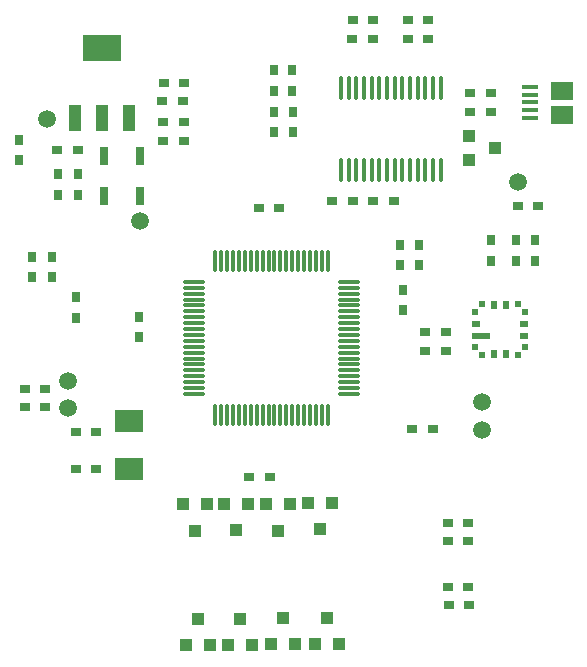
<source format=gtp>
G04 Layer_Color=8421504*
%FSLAX43Y43*%
%MOMM*%
G71*
G01*
G75*
%ADD11O,0.350X2.100*%
%ADD12R,0.900X0.800*%
%ADD13R,0.800X0.900*%
%ADD14R,1.016X1.016*%
%ADD15R,1.900X1.500*%
%ADD16R,1.350X0.400*%
%ADD17C,1.500*%
%ADD18R,3.300X2.200*%
%ADD19R,1.000X2.200*%
%ADD20R,0.800X1.600*%
%ADD21R,1.016X1.016*%
%ADD22R,2.400X1.900*%
%ADD23R,0.700X0.500*%
%ADD24R,0.500X0.500*%
%ADD25R,0.500X0.500*%
%ADD26R,0.500X0.700*%
%ADD27R,1.500X0.500*%
%ADD28O,0.300X2.000*%
%ADD29O,2.000X0.300*%
D11*
X30775Y42750D02*
D03*
X31425D02*
D03*
X32075D02*
D03*
X32725D02*
D03*
X33375D02*
D03*
X34025D02*
D03*
X34675D02*
D03*
X35325D02*
D03*
X35975D02*
D03*
X36625D02*
D03*
X37275D02*
D03*
X37925D02*
D03*
X38575D02*
D03*
X39225D02*
D03*
X30775Y49650D02*
D03*
X31425D02*
D03*
X32075D02*
D03*
X32725D02*
D03*
X33375D02*
D03*
X34025D02*
D03*
X34675D02*
D03*
X35325D02*
D03*
X35975D02*
D03*
X36625D02*
D03*
X37275D02*
D03*
X37925D02*
D03*
X38575D02*
D03*
X39225D02*
D03*
D12*
X24764Y16700D02*
D03*
X23036D02*
D03*
X43464Y47600D02*
D03*
X41736D02*
D03*
X43464Y49200D02*
D03*
X41736D02*
D03*
X38164Y53800D02*
D03*
X36436D02*
D03*
X38164Y55400D02*
D03*
X36436D02*
D03*
X33464Y53800D02*
D03*
X31736D02*
D03*
X31767Y55410D02*
D03*
X33495D02*
D03*
X45736Y39700D02*
D03*
X47464D02*
D03*
X17513Y50083D02*
D03*
X15785D02*
D03*
X17386Y48559D02*
D03*
X15658D02*
D03*
X15736Y46800D02*
D03*
X17464D02*
D03*
X15736Y45200D02*
D03*
X17464D02*
D03*
X8496Y44368D02*
D03*
X6768D02*
D03*
X23836Y39500D02*
D03*
X25564D02*
D03*
X31764Y40100D02*
D03*
X30036D02*
D03*
X33536D02*
D03*
X35264D02*
D03*
X39664Y27400D02*
D03*
X37936D02*
D03*
X39664Y29000D02*
D03*
X37936D02*
D03*
X36836Y20800D02*
D03*
X38564D02*
D03*
X39836Y12800D02*
D03*
X41564D02*
D03*
X39936Y5900D02*
D03*
X41664D02*
D03*
X39836Y7400D02*
D03*
X41564D02*
D03*
X39836Y11300D02*
D03*
X41564D02*
D03*
X8336Y20500D02*
D03*
X10064D02*
D03*
X8336Y17400D02*
D03*
X10064D02*
D03*
X5750Y22677D02*
D03*
X4022D02*
D03*
Y24201D02*
D03*
X5750D02*
D03*
D13*
X26700Y45936D02*
D03*
Y47664D02*
D03*
X25100Y45936D02*
D03*
Y47664D02*
D03*
X26674Y51148D02*
D03*
Y49420D02*
D03*
X25100Y51164D02*
D03*
Y49436D02*
D03*
X43500Y35036D02*
D03*
Y36764D02*
D03*
X8500Y42364D02*
D03*
Y40636D02*
D03*
X6800Y42364D02*
D03*
Y40636D02*
D03*
X3500Y45264D02*
D03*
Y43536D02*
D03*
X35800Y36364D02*
D03*
Y34636D02*
D03*
X37400Y36364D02*
D03*
Y34636D02*
D03*
X47200Y35036D02*
D03*
Y36764D02*
D03*
X45600Y35036D02*
D03*
Y36764D02*
D03*
X36000Y30836D02*
D03*
Y32564D02*
D03*
X13700Y30264D02*
D03*
Y28536D02*
D03*
X6283Y35352D02*
D03*
Y33624D02*
D03*
X4600Y33636D02*
D03*
Y35364D02*
D03*
X8315Y30195D02*
D03*
Y31923D02*
D03*
D14*
X41590Y43584D02*
D03*
Y45616D02*
D03*
X43800Y44600D02*
D03*
D15*
X49500Y49400D02*
D03*
Y47400D02*
D03*
D16*
X46800Y49750D02*
D03*
Y49100D02*
D03*
Y48450D02*
D03*
Y47800D02*
D03*
Y47150D02*
D03*
D17*
X45800Y41700D02*
D03*
X13728Y38399D02*
D03*
X5854Y47035D02*
D03*
X42732Y23058D02*
D03*
X42700Y20700D02*
D03*
X7680Y24836D02*
D03*
Y22550D02*
D03*
D18*
X10553Y53083D02*
D03*
D19*
X12853Y47083D02*
D03*
X10553D02*
D03*
X8253D02*
D03*
D20*
X13728Y40509D02*
D03*
Y43909D02*
D03*
X10680Y40509D02*
D03*
Y43909D02*
D03*
D21*
X30616Y2590D02*
D03*
X28584D02*
D03*
X29600Y4800D02*
D03*
X26916Y2590D02*
D03*
X24884D02*
D03*
X25900Y4800D02*
D03*
X23216Y2490D02*
D03*
X21184D02*
D03*
X22200Y4700D02*
D03*
X19700Y2500D02*
D03*
X17668D02*
D03*
X18684Y4710D02*
D03*
X27984Y14510D02*
D03*
X30016D02*
D03*
X29000Y12300D02*
D03*
X24400Y14400D02*
D03*
X26432D02*
D03*
X25416Y12190D02*
D03*
X20884Y14410D02*
D03*
X22916D02*
D03*
X21900Y12200D02*
D03*
X17368Y14400D02*
D03*
X19400D02*
D03*
X18384Y12190D02*
D03*
D22*
X12800Y21500D02*
D03*
Y17400D02*
D03*
D23*
X42200Y29700D02*
D03*
X46300D02*
D03*
Y28700D02*
D03*
D24*
X42100Y30700D02*
D03*
X46400D02*
D03*
Y27700D02*
D03*
X42100D02*
D03*
D25*
X42750Y31350D02*
D03*
X45750D02*
D03*
Y27050D02*
D03*
X42750D02*
D03*
D26*
X43750Y31250D02*
D03*
X44750D02*
D03*
Y27150D02*
D03*
X43750D02*
D03*
D27*
X42600Y28700D02*
D03*
D28*
X20150Y35050D02*
D03*
X20650D02*
D03*
X21150D02*
D03*
X21650D02*
D03*
X22150D02*
D03*
X22650D02*
D03*
X23150D02*
D03*
X23650D02*
D03*
X24150D02*
D03*
X24650D02*
D03*
X25150D02*
D03*
X25650D02*
D03*
X26150D02*
D03*
X26650D02*
D03*
X27150D02*
D03*
X27650D02*
D03*
X28150D02*
D03*
X28650D02*
D03*
X29150D02*
D03*
X29650D02*
D03*
Y21950D02*
D03*
X29150D02*
D03*
X28650D02*
D03*
X28150D02*
D03*
X27650D02*
D03*
X27150D02*
D03*
X26650D02*
D03*
X26150D02*
D03*
X25650D02*
D03*
X25150D02*
D03*
X24650D02*
D03*
X24150D02*
D03*
X23650D02*
D03*
X23150D02*
D03*
X22650D02*
D03*
X22150D02*
D03*
X21650D02*
D03*
X21150D02*
D03*
X20650D02*
D03*
X20150D02*
D03*
D29*
X31450Y33250D02*
D03*
Y32750D02*
D03*
Y32250D02*
D03*
Y31750D02*
D03*
Y31250D02*
D03*
Y30750D02*
D03*
Y30250D02*
D03*
Y29750D02*
D03*
Y29250D02*
D03*
Y28750D02*
D03*
Y28250D02*
D03*
Y27750D02*
D03*
Y27250D02*
D03*
Y26750D02*
D03*
Y26250D02*
D03*
Y25750D02*
D03*
Y25250D02*
D03*
Y24750D02*
D03*
Y24250D02*
D03*
Y23750D02*
D03*
X18350D02*
D03*
Y24250D02*
D03*
Y24750D02*
D03*
Y25250D02*
D03*
Y25750D02*
D03*
Y26250D02*
D03*
Y26750D02*
D03*
Y27250D02*
D03*
Y27750D02*
D03*
Y28250D02*
D03*
Y28750D02*
D03*
Y29250D02*
D03*
Y29750D02*
D03*
Y30250D02*
D03*
Y30750D02*
D03*
Y31250D02*
D03*
Y31750D02*
D03*
Y32250D02*
D03*
Y32750D02*
D03*
Y33250D02*
D03*
M02*

</source>
